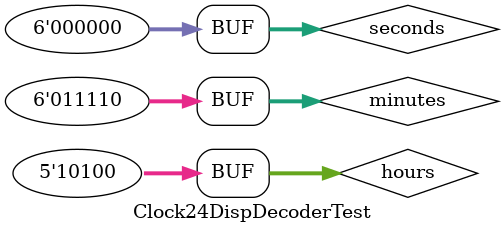
<source format=v>
`timescale 1ns / 1ps


module Clock24DispDecoderTest;

	// Inputs
	reg [4:0] hours;
	reg [5:0] minutes;
	reg [5:0] seconds;

	// Outputs
	wire [6:0] disp0;
	wire [6:0] disp1;
	wire [6:0] disp2;
	wire [6:0] disp3;
	wire [6:0] disp4;
	wire [6:0] disp5;

	// Instantiate the Unit Under Test (UUT)
	Clock24DispDecoder uut (
		.hours(hours), 
		.minutes(minutes), 
		.seconds(seconds), 
		.disp0(disp0), 
		.disp1(disp1), 
		.disp2(disp2), 
		.disp3(disp3), 
		.disp4(disp4), 
		.disp5(disp5)
	);

	initial begin
		// Initialize Inputs
		hours = 0;
		minutes = 0;
		seconds = 0;

		// Wait 100 ns for global reset to finish
		#100;
		
		hours = 20;
		minutes = 30;
        
		// Add stimulus here

	end
      
endmodule


</source>
